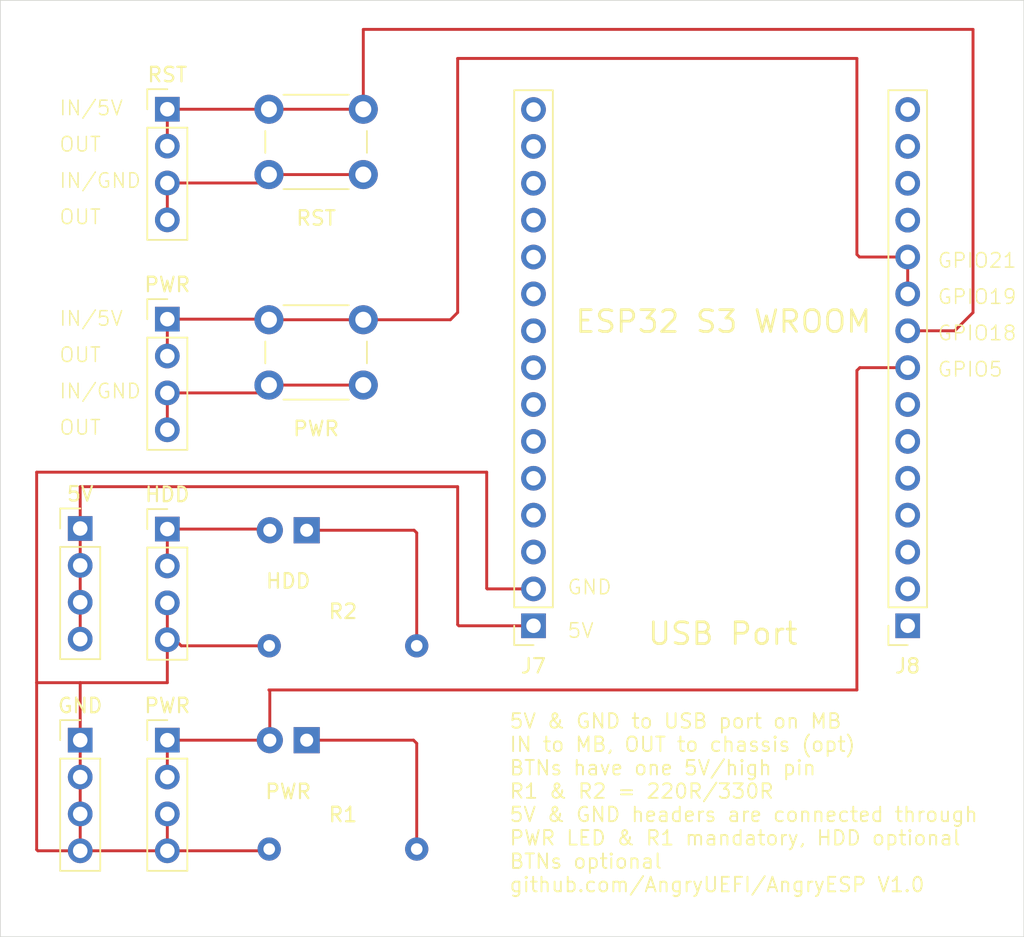
<source format=kicad_pcb>
(kicad_pcb (version 20241229) (generator "pcbnew") (generator_version "9.0")
  (layers (0 "F.Cu" signal) (2 "B.Cu" signal) (13 "F.Paste" user) (15 "B.Paste" user) (5 "F.SilkS" user "F.Silkscreen") (7 "B.SilkS" user "B.Silkscreen") (1 "F.Mask" user) (3 "B.Mask" user) (25 "Edge.Cuts" user))
  (net 0 "")
  (net 1 "Net-(D1-K)")
  (net 2 "Net-(D1-A)")
  (net 3 "Net-(D2-K)")
  (net 4 "Net-(D2-A)")
  (net 5 "+5V")
  (net 6 "GND")
  (net 7 "Net-(J5-Pin_1)")
  (net 8 "Net-(J5-Pin_3)")
  (net 9 "Net-(J6-Pin_3)")
  (net 10 "Net-(J6-Pin_1)")
  (footprint "Connector_PinHeader_2.54mm:PinHeader_1x04_P2.54mm_Vertical" (layer "F.Cu") (at 44 75.38)
    (property "Reference" "5V" (at 0 -2.38 0) (layer "F.SilkS"))
    (property "Value" "5V")
    (fp_line (start -1.38 -1.38) (end 0 -1.38) (stroke (width 0.12)) (layer "F.SilkS"))
    (fp_line (start -1.38 0) (end -1.38 -1.38) (stroke (width 0.12)) (layer "F.SilkS"))
    (fp_line (start -1.38 1.27) (end -1.38 9) (stroke (width 0.12)) (layer "F.SilkS"))
    (fp_line (start -1.38 1.27) (end 1.38 1.27) (stroke (width 0.12)) (layer "F.SilkS"))
    (fp_line (start -1.38 9) (end 1.38 9) (stroke (width 0.12)) (layer "F.SilkS"))
    (fp_line (start 1.38 1.27) (end 1.38 9) (stroke (width 0.12)) (layer "F.SilkS"))
    (pad "1" thru_hole rect (at 0 0) (size 1.7 1.7) (drill 1) (layers "*.Cu" "*.Mask") (net 5 "+5V"))
    (pad "2" thru_hole circle (at 0 2.54) (size 1.7 1.7) (drill 1) (layers "*.Cu" "*.Mask") (net 5 "+5V"))
    (pad "3" thru_hole circle (at 0 5.08) (size 1.7 1.7) (drill 1) (layers "*.Cu" "*.Mask") (net 5 "+5V"))
    (pad "4" thru_hole circle (at 0 7.62) (size 1.7 1.7) (drill 1) (layers "*.Cu" "*.Mask") (net 5 "+5V"))
  )
  (footprint "Connector_PinSocket_2.54mm:PinSocket_1x15_P2.54mm_Vertical" (layer "F.Cu") (at 75.225 82.08 180)
    (property "Reference" "J7" (at 0 -2.77 0) (layer "F.SilkS"))
    (property "Value" "ESP32_1")
    (fp_line (start 1.33 1.27) (end 1.33 36.89) (stroke (width 0.12)) (layer "F.SilkS"))
    (fp_line (start 1.33 -1.33) (end 1.33 0) (stroke (width 0.12)) (layer "F.SilkS"))
    (fp_line (start 0 -1.33) (end 1.33 -1.33) (stroke (width 0.12)) (layer "F.SilkS"))
    (fp_line (start -1.33 36.89) (end 1.33 36.89) (stroke (width 0.12)) (layer "F.SilkS"))
    (fp_line (start -1.33 1.27) (end 1.33 1.27) (stroke (width 0.12)) (layer "F.SilkS"))
    (fp_line (start -1.33 1.27) (end -1.33 36.89) (stroke (width 0.12)) (layer "F.SilkS"))
    (pad "1" thru_hole rect (at 0 0 180) (size 1.7 1.7) (drill 1) (layers "*.Cu" "*.Mask") (net 5 "+5V"))
    (pad "2" thru_hole circle (at 0 2.54 180) (size 1.7 1.7) (drill 1) (layers "*.Cu" "*.Mask") (net 6 "GND"))
    (pad "3" thru_hole circle (at 0 5.08 180) (size 1.7 1.7) (drill 1) (layers "*.Cu" "*.Mask"))
    (pad "4" thru_hole circle (at 0 7.62 180) (size 1.7 1.7) (drill 1) (layers "*.Cu" "*.Mask"))
    (pad "5" thru_hole circle (at 0 10.16 180) (size 1.7 1.7) (drill 1) (layers "*.Cu" "*.Mask"))
    (pad "6" thru_hole circle (at 0 12.7 180) (size 1.7 1.7) (drill 1) (layers "*.Cu" "*.Mask"))
    (pad "7" thru_hole circle (at 0 15.24 180) (size 1.7 1.7) (drill 1) (layers "*.Cu" "*.Mask"))
    (pad "8" thru_hole circle (at 0 17.78 180) (size 1.7 1.7) (drill 1) (layers "*.Cu" "*.Mask"))
    (pad "9" thru_hole circle (at 0 20.32 180) (size 1.7 1.7) (drill 1) (layers "*.Cu" "*.Mask"))
    (pad "10" thru_hole circle (at 0 22.86 180) (size 1.7 1.7) (drill 1) (layers "*.Cu" "*.Mask"))
    (pad "11" thru_hole circle (at 0 25.4 180) (size 1.7 1.7) (drill 1) (layers "*.Cu" "*.Mask"))
    (pad "12" thru_hole circle (at 0 27.94 180) (size 1.7 1.7) (drill 1) (layers "*.Cu" "*.Mask"))
    (pad "13" thru_hole circle (at 0 30.48 180) (size 1.7 1.7) (drill 1) (layers "*.Cu" "*.Mask"))
    (pad "14" thru_hole circle (at 0 33.02 180) (size 1.7 1.7) (drill 1) (layers "*.Cu" "*.Mask"))
    (pad "15" thru_hole circle (at 0 35.56 180) (size 1.7 1.7) (drill 1) (layers "*.Cu" "*.Mask"))
  )
  (footprint "LED_THT:LED_D3.0mm" (layer "F.Cu") (at 59.6 89.96 180)
    (property "Reference" "PWR" (at 1.27 -3.54 0) (layer "F.SilkS"))
    (property "Value" "PWR")
    (pad "1" thru_hole rect (at 0 0 180) (size 1.8 1.8) (drill 0.9) (layers "*.Cu" "*.Mask") (net 1 "Net-(D1-K)"))
    (pad "2" thru_hole circle (at 2.54 0 180) (size 1.8 1.8) (drill 0.9) (layers "*.Cu" "*.Mask") (net 2 "Net-(D1-A)"))
  )
  (footprint "Button_Switch_THT:SW_PUSH_6mm" (layer "F.Cu") (at 63.5 51 180)
    (property "Reference" "RST" (at 3.25 -3 180) (layer "F.SilkS"))
    (property "Value" "RST")
    (fp_line (start 6.75 3) (end 6.75 1.5) (stroke (width 0.12)) (layer "F.SilkS"))
    (fp_line (start 5.5 -1) (end 1 -1) (stroke (width 0.12)) (layer "F.SilkS"))
    (fp_line (start 1 5.5) (end 5.5 5.5) (stroke (width 0.12)) (layer "F.SilkS"))
    (fp_line (start -0.25 1.5) (end -0.25 3) (stroke (width 0.12)) (layer "F.SilkS"))
    (pad "1" thru_hole circle (at 0 0 270) (size 2 2) (drill 1.1) (layers "*.Cu" "*.Mask") (net 9 "Net-(J6-Pin_3)"))
    (pad "1" thru_hole circle (at 6.5 0 270) (size 2 2) (drill 1.1) (layers "*.Cu" "*.Mask") (net 9 "Net-(J6-Pin_3)"))
    (pad "2" thru_hole circle (at 0 4.5 270) (size 2 2) (drill 1.1) (layers "*.Cu" "*.Mask") (net 10 "Net-(J6-Pin_1)"))
    (pad "2" thru_hole circle (at 6.5 4.5 270) (size 2 2) (drill 1.1) (layers "*.Cu" "*.Mask") (net 10 "Net-(J6-Pin_1)"))
  )
  (footprint "Connector_PinHeader_2.54mm:PinHeader_1x04_P2.54mm_Vertical" (layer "F.Cu") (at 44 89.96)
    (property "Reference" "GND" (at 0 -2.38 0) (layer "F.SilkS"))
    (property "Value" "GND")
    (fp_line (start -1.38 -1.38) (end 0 -1.38) (stroke (width 0.12)) (layer "F.SilkS"))
    (fp_line (start -1.38 0) (end -1.38 -1.38) (stroke (width 0.12)) (layer "F.SilkS"))
    (fp_line (start -1.38 1.27) (end -1.38 9) (stroke (width 0.12)) (layer "F.SilkS"))
    (fp_line (start -1.38 1.27) (end 1.38 1.27) (stroke (width 0.12)) (layer "F.SilkS"))
    (fp_line (start -1.38 9) (end 1.38 9) (stroke (width 0.12)) (layer "F.SilkS"))
    (fp_line (start 1.38 1.27) (end 1.38 9) (stroke (width 0.12)) (layer "F.SilkS"))
    (pad "1" thru_hole rect (at 0 0) (size 1.7 1.7) (drill 1) (layers "*.Cu" "*.Mask") (net 6 "GND"))
    (pad "2" thru_hole circle (at 0 2.54) (size 1.7 1.7) (drill 1) (layers "*.Cu" "*.Mask") (net 6 "GND"))
    (pad "3" thru_hole circle (at 0 5.08) (size 1.7 1.7) (drill 1) (layers "*.Cu" "*.Mask") (net 6 "GND"))
    (pad "4" thru_hole circle (at 0 7.62) (size 1.7 1.7) (drill 1) (layers "*.Cu" "*.Mask") (net 6 "GND"))
  )
  (footprint "Connector_PinHeader_2.54mm:PinHeader_1x04_P2.54mm_Vertical" (layer "F.Cu") (at 50 46.5)
    (property "Reference" "RST" (at 0 -2.38 0) (layer "F.SilkS"))
    (property "Value" "RST SW")
    (fp_line (start -1.38 -1.38) (end 0 -1.38) (stroke (width 0.12)) (layer "F.SilkS"))
    (fp_line (start -1.38 0) (end -1.38 -1.38) (stroke (width 0.12)) (layer "F.SilkS"))
    (fp_line (start -1.38 1.27) (end -1.38 9) (stroke (width 0.12)) (layer "F.SilkS"))
    (fp_line (start -1.38 1.27) (end 1.38 1.27) (stroke (width 0.12)) (layer "F.SilkS"))
    (fp_line (start -1.38 9) (end 1.38 9) (stroke (width 0.12)) (layer "F.SilkS"))
    (fp_line (start 1.38 1.27) (end 1.38 9) (stroke (width 0.12)) (layer "F.SilkS"))
    (pad "1" thru_hole rect (at 0 0) (size 1.7 1.7) (drill 1) (layers "*.Cu" "*.Mask") (net 10 "Net-(J6-Pin_1)"))
    (pad "2" thru_hole circle (at 0 2.54) (size 1.7 1.7) (drill 1) (layers "*.Cu" "*.Mask") (net 10 "Net-(J6-Pin_1)"))
    (pad "3" thru_hole circle (at 0 5.08) (size 1.7 1.7) (drill 1) (layers "*.Cu" "*.Mask") (net 9 "Net-(J6-Pin_3)"))
    (pad "4" thru_hole circle (at 0 7.62) (size 1.7 1.7) (drill 1) (layers "*.Cu" "*.Mask") (net 9 "Net-(J6-Pin_3)"))
  )
  (footprint "LED_THT:LED_D3.0mm" (layer "F.Cu") (at 59.6 75.5 180)
    (property "Reference" "HDD" (at 1.27 -3.5 0) (layer "F.SilkS"))
    (property "Value" "HDD")
    (pad "1" thru_hole rect (at 0 0 180) (size 1.8 1.8) (drill 0.9) (layers "*.Cu" "*.Mask") (net 3 "Net-(D2-K)"))
    (pad "2" thru_hole circle (at 2.54 0 180) (size 1.8 1.8) (drill 0.9) (layers "*.Cu" "*.Mask") (net 4 "Net-(D2-A)"))
  )
  (footprint "Connector_PinHeader_2.54mm:PinHeader_1x04_P2.54mm_Vertical" (layer "F.Cu") (at 50 60.96)
    (property "Reference" "PWR" (at 0 -2.38 0) (layer "F.SilkS"))
    (property "Value" "PWR SW")
    (fp_line (start -1.38 -1.38) (end 0 -1.38) (stroke (width 0.12)) (layer "F.SilkS"))
    (fp_line (start -1.38 0) (end -1.38 -1.38) (stroke (width 0.12)) (layer "F.SilkS"))
    (fp_line (start -1.38 1.27) (end -1.38 9) (stroke (width 0.12)) (layer "F.SilkS"))
    (fp_line (start -1.38 1.27) (end 1.38 1.27) (stroke (width 0.12)) (layer "F.SilkS"))
    (fp_line (start -1.38 9) (end 1.38 9) (stroke (width 0.12)) (layer "F.SilkS"))
    (fp_line (start 1.38 1.27) (end 1.38 9) (stroke (width 0.12)) (layer "F.SilkS"))
    (pad "1" thru_hole rect (at 0 0) (size 1.7 1.7) (drill 1) (layers "*.Cu" "*.Mask") (net 7 "Net-(J5-Pin_1)"))
    (pad "2" thru_hole circle (at 0 2.54) (size 1.7 1.7) (drill 1) (layers "*.Cu" "*.Mask") (net 7 "Net-(J5-Pin_1)"))
    (pad "3" thru_hole circle (at 0 5.08) (size 1.7 1.7) (drill 1) (layers "*.Cu" "*.Mask") (net 8 "Net-(J5-Pin_3)"))
    (pad "4" thru_hole circle (at 0 7.62) (size 1.7 1.7) (drill 1) (layers "*.Cu" "*.Mask") (net 8 "Net-(J5-Pin_3)"))
  )
  (footprint "Resistor_THT:R_Axial_DIN0207_L6.3mm_D2.5mm_P10.16mm_Horizontal" (layer "F.Cu") (at 57.02 83.46)
    (property "Reference" "R2" (at 5.08 -2.37 0) (layer "F.SilkS"))
    (property "Value" "330R")
    (pad "1" thru_hole circle (at 0 0) (size 1.6 1.6) (drill 0.8) (layers "*.Cu" "*.Mask") (net 6 "GND"))
    (pad "2" thru_hole circle (at 10.16 0) (size 1.6 1.6) (drill 0.8) (layers "*.Cu" "*.Mask") (net 3 "Net-(D2-K)"))
  )
  (footprint "Resistor_THT:R_Axial_DIN0207_L6.3mm_D2.5mm_P10.16mm_Horizontal" (layer "F.Cu") (at 57.02 97.46)
    (property "Reference" "R1" (at 5.08 -2.37 0) (layer "F.SilkS"))
    (property "Value" "330R")
    (pad "1" thru_hole circle (at 0 0) (size 1.6 1.6) (drill 0.8) (layers "*.Cu" "*.Mask") (net 6 "GND"))
    (pad "2" thru_hole circle (at 10.16 0) (size 1.6 1.6) (drill 0.8) (layers "*.Cu" "*.Mask") (net 1 "Net-(D1-K)"))
  )
  (footprint "Connector_PinHeader_2.54mm:PinHeader_1x04_P2.54mm_Vertical" (layer "F.Cu") (at 50 75.42)
    (property "Reference" "HDD" (at 0 -2.38 0) (layer "F.SilkS"))
    (property "Value" "HDD LED")
    (fp_line (start -1.38 -1.38) (end 0 -1.38) (stroke (width 0.12)) (layer "F.SilkS"))
    (fp_line (start -1.38 0) (end -1.38 -1.38) (stroke (width 0.12)) (layer "F.SilkS"))
    (fp_line (start -1.38 1.27) (end -1.38 9) (stroke (width 0.12)) (layer "F.SilkS"))
    (fp_line (start -1.38 1.27) (end 1.38 1.27) (stroke (width 0.12)) (layer "F.SilkS"))
    (fp_line (start -1.38 9) (end 1.38 9) (stroke (width 0.12)) (layer "F.SilkS"))
    (fp_line (start 1.38 1.27) (end 1.38 9) (stroke (width 0.12)) (layer "F.SilkS"))
    (pad "1" thru_hole rect (at 0 0) (size 1.7 1.7) (drill 1) (layers "*.Cu" "*.Mask") (net 4 "Net-(D2-A)"))
    (pad "2" thru_hole circle (at 0 2.54) (size 1.7 1.7) (drill 1) (layers "*.Cu" "*.Mask") (net 4 "Net-(D2-A)"))
    (pad "3" thru_hole circle (at 0 5.08) (size 1.7 1.7) (drill 1) (layers "*.Cu" "*.Mask") (net 6 "GND"))
    (pad "4" thru_hole circle (at 0 7.62) (size 1.7 1.7) (drill 1) (layers "*.Cu" "*.Mask") (net 6 "GND"))
  )
  (footprint "Connector_PinSocket_2.54mm:PinSocket_1x15_P2.54mm_Vertical" (layer "F.Cu") (at 101 82.08 180)
    (property "Reference" "J8" (at 0 -2.77 0) (layer "F.SilkS"))
    (property "Value" "ESP32_2")
    (fp_line (start 1.33 1.27) (end 1.33 36.89) (stroke (width 0.12)) (layer "F.SilkS"))
    (fp_line (start 1.33 -1.33) (end 1.33 0) (stroke (width 0.12)) (layer "F.SilkS"))
    (fp_line (start 0 -1.33) (end 1.33 -1.33) (stroke (width 0.12)) (layer "F.SilkS"))
    (fp_line (start -1.33 36.89) (end 1.33 36.89) (stroke (width 0.12)) (layer "F.SilkS"))
    (fp_line (start -1.33 1.27) (end 1.33 1.27) (stroke (width 0.12)) (layer "F.SilkS"))
    (fp_line (start -1.33 1.27) (end -1.33 36.89) (stroke (width 0.12)) (layer "F.SilkS"))
    (pad "1" thru_hole rect (at 0 0 180) (size 1.7 1.7) (drill 1) (layers "*.Cu" "*.Mask"))
    (pad "2" thru_hole circle (at 0 2.54 180) (size 1.7 1.7) (drill 1) (layers "*.Cu" "*.Mask"))
    (pad "3" thru_hole circle (at 0 5.08 180) (size 1.7 1.7) (drill 1) (layers "*.Cu" "*.Mask"))
    (pad "4" thru_hole circle (at 0 7.62 180) (size 1.7 1.7) (drill 1) (layers "*.Cu" "*.Mask"))
    (pad "5" thru_hole circle (at 0 10.16 180) (size 1.7 1.7) (drill 1) (layers "*.Cu" "*.Mask"))
    (pad "6" thru_hole circle (at 0 12.7 180) (size 1.7 1.7) (drill 1) (layers "*.Cu" "*.Mask"))
    (pad "7" thru_hole circle (at 0 15.24 180) (size 1.7 1.7) (drill 1) (layers "*.Cu" "*.Mask"))
    (pad "8" thru_hole circle (at 0 17.78 180) (size 1.7 1.7) (drill 1) (layers "*.Cu" "*.Mask") (net 2 "Net-(D1-A)"))
    (pad "9" thru_hole circle (at 0 20.32 180) (size 1.7 1.7) (drill 1) (layers "*.Cu" "*.Mask") (net 10 "Net-(J6-Pin_1)"))
    (pad "10" thru_hole circle (at 0 22.86 180) (size 1.7 1.7) (drill 1) (layers "*.Cu" "*.Mask") (net 7 "Net-(J5-Pin_1)"))
    (pad "11" thru_hole circle (at 0 25.4 180) (size 1.7 1.7) (drill 1) (layers "*.Cu" "*.Mask") (net 7 "Net-(J5-Pin_1)"))
    (pad "12" thru_hole circle (at 0 27.94 180) (size 1.7 1.7) (drill 1) (layers "*.Cu" "*.Mask"))
    (pad "13" thru_hole circle (at 0 30.48 180) (size 1.7 1.7) (drill 1) (layers "*.Cu" "*.Mask"))
    (pad "14" thru_hole circle (at 0 33.02 180) (size 1.7 1.7) (drill 1) (layers "*.Cu" "*.Mask"))
    (pad "15" thru_hole circle (at 0 35.56 180) (size 1.7 1.7) (drill 1) (layers "*.Cu" "*.Mask"))
  )
  (footprint "Button_Switch_THT:SW_PUSH_6mm" (layer "F.Cu") (at 63.5 65.5 180)
    (property "Reference" "PWR" (at 3.25 -3 180) (layer "F.SilkS"))
    (property "Value" "PWR")
    (fp_line (start 6.75 3) (end 6.75 1.5) (stroke (width 0.12)) (layer "F.SilkS"))
    (fp_line (start 5.5 -1) (end 1 -1) (stroke (width 0.12)) (layer "F.SilkS"))
    (fp_line (start 1 5.5) (end 5.5 5.5) (stroke (width 0.12)) (layer "F.SilkS"))
    (fp_line (start -0.25 1.5) (end -0.25 3) (stroke (width 0.12)) (layer "F.SilkS"))
    (pad "1" thru_hole circle (at 0 0 270) (size 2 2) (drill 1.1) (layers "*.Cu" "*.Mask") (net 8 "Net-(J5-Pin_3)"))
    (pad "1" thru_hole circle (at 6.5 0 270) (size 2 2) (drill 1.1) (layers "*.Cu" "*.Mask") (net 8 "Net-(J5-Pin_3)"))
    (pad "2" thru_hole circle (at 0 4.5 270) (size 2 2) (drill 1.1) (layers "*.Cu" "*.Mask") (net 7 "Net-(J5-Pin_1)"))
    (pad "2" thru_hole circle (at 6.5 4.5 270) (size 2 2) (drill 1.1) (layers "*.Cu" "*.Mask") (net 7 "Net-(J5-Pin_1)"))
  )
  (footprint "Connector_PinHeader_2.54mm:PinHeader_1x04_P2.54mm_Vertical" (layer "F.Cu") (at 50 89.96)
    (property "Reference" "PWR" (at 0 -2.38 0) (layer "F.SilkS"))
    (property "Value" "PWR LED")
    (fp_line (start -1.38 -1.38) (end 0 -1.38) (stroke (width 0.12)) (layer "F.SilkS"))
    (fp_line (start -1.38 0) (end -1.38 -1.38) (stroke (width 0.12)) (layer "F.SilkS"))
    (fp_line (start -1.38 1.27) (end -1.38 9) (stroke (width 0.12)) (layer "F.SilkS"))
    (fp_line (start -1.38 1.27) (end 1.38 1.27) (stroke (width 0.12)) (layer "F.SilkS"))
    (fp_line (start -1.38 9) (end 1.38 9) (stroke (width 0.12)) (layer "F.SilkS"))
    (fp_line (start 1.38 1.27) (end 1.38 9) (stroke (width 0.12)) (layer "F.SilkS"))
    (pad "1" thru_hole rect (at 0 0) (size 1.7 1.7) (drill 1) (layers "*.Cu" "*.Mask") (net 2 "Net-(D1-A)"))
    (pad "2" thru_hole circle (at 0 2.54) (size 1.7 1.7) (drill 1) (layers "*.Cu" "*.Mask") (net 2 "Net-(D1-A)"))
    (pad "3" thru_hole circle (at 0 5.08) (size 1.7 1.7) (drill 1) (layers "*.Cu" "*.Mask") (net 6 "GND"))
    (pad "4" thru_hole circle (at 0 7.62) (size 1.7 1.7) (drill 1) (layers "*.Cu" "*.Mask") (net 6 "GND"))
  )
  (gr_rect (start 38.5 39) (end 109 103.5) (stroke (width 0.05)) (fill no) (layer "Edge.Cuts"))
  (gr_text "GPIO5" (at 103 65 0) (layer "F.SilkS") (effects (font (size 1 1) (thickness 0.1)) (justify left bottom)))
  (gr_text "IN/5V" (at 42.5 61.5 0) (layer "F.SilkS") (effects (font (size 1 1) (thickness 0.1)) (justify left bottom)))
  (gr_text "OUT" (at 42.5 54.5 0) (layer "F.SilkS") (effects (font (size 1 1) (thickness 0.1)) (justify left bottom)))
  (gr_text "GND" (at 77.5 80 0) (layer "F.SilkS") (effects (font (size 1 1) (thickness 0.1)) (justify left bottom)))
  (gr_text "OUT" (at 42.5 69 0) (layer "F.SilkS") (effects (font (size 1 1) (thickness 0.1)) (justify left bottom)))
  (gr_text "ESP32 S3 WROOM" (at 78 62 0) (layer "F.SilkS") (effects (font (size 1.5 1.5) (thickness 0.1875)) (justify left bottom)))
  (gr_text "5V & GND to USB port on MB\nIN to MB, OUT to chassis (opt)\nBTNs have one 5V/high pin\nR1 & R2 = 220R/330R\n5V & GND headers are connected through\nPWR LED & R1 mandatory, HDD optional\nBTNs optional\ngithub.com/AngryUEFI/AngryESP V1.0" (at 73.5 100.5 0) (layer "F.SilkS") (effects (font (size 1 1) (thickness 0.125)) (justify left bottom)))
  (gr_text "IN/GND" (at 42.5 66.5 0) (layer "F.SilkS") (effects (font (size 1 1) (thickness 0.1)) (justify left bottom)))
  (gr_text "IN/5V" (at 42.5 47 0) (layer "F.SilkS") (effects (font (size 1 1) (thickness 0.1)) (justify left bottom)))
  (gr_text "GPIO21" (at 103 57.5 0) (layer "F.SilkS") (effects (font (size 1 1) (thickness 0.1)) (justify left bottom)))
  (gr_text "OUT" (at 42.5 49.5 0) (layer "F.SilkS") (effects (font (size 1 1) (thickness 0.1)) (justify left bottom)))
  (gr_text "GPIO18" (at 103 62.5 0) (layer "F.SilkS") (effects (font (size 1 1) (thickness 0.1)) (justify left bottom)))
  (gr_text "GPIO19" (at 103 60 0) (layer "F.SilkS") (effects (font (size 1 1) (thickness 0.1)) (justify left bottom)))
  (gr_text "USB Port" (at 83 83.5 0) (layer "F.SilkS") (effects (font (size 1.5 1.5) (thickness 0.1875)) (justify left bottom)))
  (gr_text "OUT" (at 42.5 64 0) (layer "F.SilkS") (effects (font (size 1 1) (thickness 0.1)) (justify left bottom)))
  (gr_text "IN/GND" (at 42.5 52 0) (layer "F.SilkS") (effects (font (size 1 1) (thickness 0.1)) (justify left bottom)))
  (gr_text "5V" (at 77.5 83 0) (layer "F.SilkS") (effects (font (size 1 1) (thickness 0.1)) (justify left bottom)))
  (segment (start 59.6 89.96) (end 66.96 89.96) (width 0.2) (layer "F.Cu") (net 1))
  (segment (start 66.96 89.96) (end 67.18 90.18) (width 0.2) (layer "F.Cu") (net 1))
  (segment (start 67.18 90.18) (end 67.18 97.46) (width 0.2) (layer "F.Cu") (net 1))
  (segment (start 50 89.96) (end 50 92.5) (width 0.2) (layer "F.Cu") (net 2))
  (segment (start 97.7 64.3) (end 97.5 64.5) (width 0.2) (layer "F.Cu") (net 2))
  (segment (start 50 89.96) (end 57.06 89.96) (width 0.2) (layer "F.Cu") (net 2))
  (segment (start 57.06 86.56) (end 57.06 89.96) (width 0.2) (layer "F.Cu") (net 2))
  (segment (start 57 86.5) (end 57.06 86.56) (width 0.2) (layer "F.Cu") (net 2))
  (segment (start 101 64.3) (end 97.7 64.3) (width 0.2) (layer "F.Cu") (net 2))
  (segment (start 97.5 64.5) (end 97.5 86.5) (width 0.2) (layer "F.Cu") (net 2))
  (segment (start 97.5 86.5) (end 57 86.5) (width 0.2) (layer "F.Cu") (net 2))
  (segment (start 59.6 75.5) (end 67 75.5) (width 0.2) (layer "F.Cu") (net 3))
  (segment (start 67 75.5) (end 67.18 75.68) (width 0.2) (layer "F.Cu") (net 3))
  (segment (start 67.18 75.68) (end 67.18 83.46) (width 0.2) (layer "F.Cu") (net 3))
  (segment (start 56.98 75.42) (end 57.06 75.5) (width 0.2) (layer "F.Cu") (net 4))
  (segment (start 50 75.42) (end 50 77.96) (width 0.2) (layer "F.Cu") (net 4))
  (segment (start 50 75.42) (end 56.98 75.42) (width 0.2) (layer "F.Cu") (net 4))
  (segment (start 44 75.38) (end 44 77.92) (width 0.2) (layer "F.Cu") (net 5))
  (segment (start 70 82) (end 70.08 82.08) (width 0.2) (layer "F.Cu") (net 5))
  (segment (start 70 72.5) (end 70 82) (width 0.2) (layer "F.Cu") (net 5))
  (segment (start 70.08 82.08) (end 75.225 82.08) (width 0.2) (layer "F.Cu") (net 5))
  (segment (start 44 80.46) (end 44 83) (width 0.2) (layer "F.Cu") (net 5))
  (segment (start 44 72.5) (end 70 72.5) (width 0.2) (layer "F.Cu") (net 5))
  (segment (start 44 75.38) (end 44 72.5) (width 0.2) (layer "F.Cu") (net 5))
  (segment (start 44 77.92) (end 44 80.46) (width 0.2) (layer "F.Cu") (net 5))
  (segment (start 50 83.04) (end 50.54 83.04) (width 0.2) (layer "F.Cu") (net 6))
  (segment (start 50 95.04) (end 50 97.58) (width 0.2) (layer "F.Cu") (net 6))
  (segment (start 72.04 79.54) (end 72 79.5) (width 0.2) (layer "F.Cu") (net 6))
  (segment (start 41 97.5) (end 41 86) (width 0.2) (layer "F.Cu") (net 6))
  (segment (start 50 86) (end 44 86) (width 0.2) (layer "F.Cu") (net 6))
  (segment (start 50 80.5) (end 50 83.04) (width 0.2) (layer "F.Cu") (net 6))
  (segment (start 72 79.5) (end 72 71.5) (width 0.2) (layer "F.Cu") (net 6))
  (segment (start 44 86) (end 44 89.96) (width 0.2) (layer "F.Cu") (net 6))
  (segment (start 50.54 83.04) (end 50.96 83.46) (width 0.2) (layer "F.Cu") (net 6))
  (segment (start 50 83.04) (end 50 86) (width 0.2) (layer "F.Cu") (net 6))
  (segment (start 72 71.5) (end 41 71.5) (width 0.2) (layer "F.Cu") (net 6))
  (segment (start 44 95.04) (end 44 97.58) (width 0.2) (layer "F.Cu") (net 6))
  (segment (start 41 86) (end 44 86) (width 0.2) (layer "F.Cu") (net 6))
  (segment (start 44 97.58) (end 41.08 97.58) (width 0.2) (layer "F.Cu") (net 6))
  (segment (start 50 97.58) (end 56.9 97.58) (width 0.2) (layer "F.Cu") (net 6))
  (segment (start 41.08 97.58) (end 41 97.5) (width 0.2) (layer "F.Cu") (net 6))
  (segment (start 44 89.96) (end 44 92.5) (width 0.2) (layer "F.Cu") (net 6))
  (segment (start 75.225 79.54) (end 72.04 79.54) (width 0.2) (layer "F.Cu") (net 6))
  (segment (start 41 71.5) (end 41 86) (width 0.2) (layer "F.Cu") (net 6))
  (segment (start 50.96 83.46) (end 57.02 83.46) (width 0.2) (layer "F.Cu") (net 6))
  (segment (start 44 97.58) (end 50 97.58) (width 0.2) (layer "F.Cu") (net 6))
  (segment (start 44 92.5) (end 44 95.04) (width 0.2) (layer "F.Cu") (net 6))
  (segment (start 56.9 97.58) (end 57.02 97.46) (width 0.2) (layer "F.Cu") (net 6))
  (segment (start 101 59.22) (end 101 56.68) (width 0.2) (layer "F.Cu") (net 7))
  (segment (start 97.5 56.5) (end 97.68 56.68) (width 0.2) (layer "F.Cu") (net 7))
  (segment (start 70 43) (end 97.5 43) (width 0.2) (layer "F.Cu") (net 7))
  (segment (start 50 60.96) (end 56.96 60.96) (width 0.2) (layer "F.Cu") (net 7))
  (segment (start 70 60.5) (end 70 43) (width 0.2) (layer "F.Cu") (net 7))
  (segment (start 97.5 43) (end 97.5 56.5) (width 0.2) (layer "F.Cu") (net 7))
  (segment (start 57 61) (end 63.5 61) (width 0.2) (layer "F.Cu") (net 7))
  (segment (start 50 63.5) (end 50 60.96) (width 0.2) (layer "F.Cu") (net 7))
  (segment (start 69.5 61) (end 63.5 61) (width 0.2) (layer "F.Cu") (net 7))
  (segment (start 101 56.68) (end 97.68 56.68) (width 0.2) (layer "F.Cu") (net 7))
  (segment (start 70 60.5) (end 69.5 61) (width 0.2) (layer "F.Cu") (net 7))
  (segment (start 56.96 60.96) (end 57 61) (width 0.2) (layer "F.Cu") (net 7))
  (segment (start 63.5 65.5) (end 57 65.5) (width 0.2) (layer "F.Cu") (net 8))
  (segment (start 50 66.04) (end 50 68.58) (width 0.2) (layer "F.Cu") (net 8))
  (segment (start 56.46 66.04) (end 57 65.5) (width 0.2) (layer "F.Cu") (net 8))
  (segment (start 50 66.04) (end 56.46 66.04) (width 0.2) (layer "F.Cu") (net 8))
  (segment (start 57 51) (end 63.5 51) (width 0.2) (layer "F.Cu") (net 9))
  (segment (start 50 51.58) (end 56.42 51.58) (width 0.2) (layer "F.Cu") (net 9))
  (segment (start 56.42 51.58) (end 57 51) (width 0.2) (layer "F.Cu") (net 9))
  (segment (start 50 54.12) (end 50 51.58) (width 0.2) (layer "F.Cu") (net 9))
  (segment (start 50 46.38) (end 50 48.92) (width 0.2) (layer "F.Cu") (net 10))
  (segment (start 50 46.5) (end 57 46.5) (width 0.2) (layer "F.Cu") (net 10))
  (segment (start 63.5 46.5) (end 63.5 41) (width 0.2) (layer "F.Cu") (net 10))
  (segment (start 63.5 46.5) (end 57 46.5) (width 0.2) (layer "F.Cu") (net 10))
  (segment (start 63.5 41) (end 105.5 41) (width 0.2) (layer "F.Cu") (net 10))
  (segment (start 104.24 61.76) (end 101 61.76) (width 0.2) (layer "F.Cu") (net 10))
  (segment (start 104.24 61.76) (end 105.5 60.5) (width 0.2) (layer "F.Cu") (net 10))
  (segment (start 105.5 41) (end 105.5 60.5) (width 0.2) (layer "F.Cu") (net 10))
)
</source>
